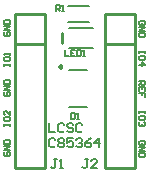
<source format=gto>
G04*
G04 #@! TF.GenerationSoftware,Altium Limited,Altium Designer,22.9.1 (49)*
G04*
G04 Layer_Color=65535*
%FSLAX44Y44*%
%MOMM*%
G71*
G04*
G04 #@! TF.SameCoordinates,4D2C501F-B6D0-499F-BBB1-D8B4D61A6739*
G04*
G04*
G04 #@! TF.FilePolarity,Positive*
G04*
G01*
G75*
%ADD10C,0.1524*%
%ADD11C,0.2032*%
%ADD12C,0.2540*%
%ADD13C,0.1270*%
D10*
X53104Y94742D02*
G03*
X53104Y94742I-1796J0D01*
G01*
X57578Y146558D02*
X75358D01*
X57578Y132842D02*
X75358D01*
X58674Y110998D02*
X78740D01*
X58420Y127762D02*
X78486D01*
X74930Y16509D02*
X72391D01*
X73661D01*
Y10161D01*
X72391Y8891D01*
X71122D01*
X69852Y10161D01*
X82548Y8891D02*
X77470D01*
X82548Y13970D01*
Y15239D01*
X81278Y16509D01*
X78739D01*
X77470Y15239D01*
X48260Y16509D02*
X45721D01*
X46990D01*
Y10161D01*
X45721Y8891D01*
X44451D01*
X43182Y10161D01*
X50799Y8891D02*
X53338D01*
X52069D01*
Y16509D01*
X50799Y15239D01*
D11*
X58406Y91948D02*
X73406D01*
X58674Y60706D02*
X73674D01*
D12*
X52578Y115062D02*
Y123698D01*
X88900Y114300D02*
X114300D01*
X88900Y139700D02*
X101600D01*
X88900Y114300D02*
Y139700D01*
X114300Y8890D02*
Y114300D01*
X88900Y8890D02*
X114300D01*
X88900D02*
Y114300D01*
X114300D02*
Y139700D01*
X101600D02*
X114300D01*
X12700Y114300D02*
X38100D01*
X12700Y139700D02*
X25400D01*
X12700Y114300D02*
Y139700D01*
X38100Y8890D02*
Y114300D01*
X12700Y8890D02*
X38100D01*
X12700D02*
Y114300D01*
X38100D02*
Y139700D01*
X25400D02*
X38100D01*
D13*
X41910Y46988D02*
Y39370D01*
X46988D01*
X54606Y45718D02*
X53336Y46988D01*
X50797D01*
X49528Y45718D01*
Y40640D01*
X50797Y39370D01*
X53336D01*
X54606Y40640D01*
X62223Y45718D02*
X60954Y46988D01*
X58415D01*
X57145Y45718D01*
Y44448D01*
X58415Y43179D01*
X60954D01*
X62223Y41909D01*
Y40640D01*
X60954Y39370D01*
X58415D01*
X57145Y40640D01*
X69841Y45718D02*
X68571Y46988D01*
X66032D01*
X64763Y45718D01*
Y40640D01*
X66032Y39370D01*
X68571D01*
X69841Y40640D01*
X46988Y33018D02*
X45719Y34288D01*
X43180D01*
X41910Y33018D01*
Y27940D01*
X43180Y26670D01*
X45719D01*
X46988Y27940D01*
X49528Y33018D02*
X50797Y34288D01*
X53336D01*
X54606Y33018D01*
Y31748D01*
X53336Y30479D01*
X54606Y29209D01*
Y27940D01*
X53336Y26670D01*
X50797D01*
X49528Y27940D01*
Y29209D01*
X50797Y30479D01*
X49528Y31748D01*
Y33018D01*
X50797Y30479D02*
X53336D01*
X62223Y34288D02*
X57145D01*
Y30479D01*
X59684Y31748D01*
X60954D01*
X62223Y30479D01*
Y27940D01*
X60954Y26670D01*
X58415D01*
X57145Y27940D01*
X64763Y33018D02*
X66032Y34288D01*
X68571D01*
X69841Y33018D01*
Y31748D01*
X68571Y30479D01*
X67302D01*
X68571D01*
X69841Y29209D01*
Y27940D01*
X68571Y26670D01*
X66032D01*
X64763Y27940D01*
X77459Y34288D02*
X74919Y33018D01*
X72380Y30479D01*
Y27940D01*
X73650Y26670D01*
X76189D01*
X77459Y27940D01*
Y29209D01*
X76189Y30479D01*
X72380D01*
X83806Y26670D02*
Y34288D01*
X79998Y30479D01*
X85076D01*
X118110Y82550D02*
X123188D01*
Y80011D01*
X122342Y79164D01*
X120649D01*
X119803Y80011D01*
Y82550D01*
Y80857D02*
X118110Y79164D01*
X123188Y74086D02*
Y77472D01*
X118110D01*
Y74086D01*
X120649Y77472D02*
Y75779D01*
X123188Y69008D02*
Y72393D01*
X120649D01*
Y70700D01*
Y72393D01*
X118110D01*
X123188Y107950D02*
Y106257D01*
Y107104D01*
X118110D01*
Y107950D01*
Y106257D01*
X123188Y101179D02*
Y102872D01*
X122342Y103718D01*
X118956D01*
X118110Y102872D01*
Y101179D01*
X118956Y100332D01*
X122342D01*
X123188Y101179D01*
X118110Y96101D02*
X123188D01*
X120649Y98640D01*
Y95254D01*
X123188Y57150D02*
Y55457D01*
Y56304D01*
X118110D01*
Y57150D01*
Y55457D01*
X123188Y50379D02*
Y52072D01*
X122342Y52918D01*
X118956D01*
X118110Y52072D01*
Y50379D01*
X118956Y49532D01*
X122342D01*
X123188Y50379D01*
X122342Y47840D02*
X123188Y46993D01*
Y45300D01*
X122342Y44454D01*
X121496D01*
X120649Y45300D01*
Y46147D01*
Y45300D01*
X119803Y44454D01*
X118956D01*
X118110Y45300D01*
Y46993D01*
X118956Y47840D01*
X122342Y28364D02*
X123188Y29211D01*
Y30904D01*
X122342Y31750D01*
X118956D01*
X118110Y30904D01*
Y29211D01*
X118956Y28364D01*
X120649D01*
Y30057D01*
X118110Y26672D02*
X123188D01*
X118110Y23286D01*
X123188D01*
Y21593D02*
X118110D01*
Y19054D01*
X118956Y18208D01*
X122342D01*
X123188Y19054D01*
Y21593D01*
X122342Y129964D02*
X123188Y130811D01*
Y132504D01*
X122342Y133350D01*
X118956D01*
X118110Y132504D01*
Y130811D01*
X118956Y129964D01*
X120649D01*
Y131657D01*
X118110Y128272D02*
X123188D01*
X118110Y124886D01*
X123188D01*
Y123193D02*
X118110D01*
Y120654D01*
X118956Y119808D01*
X122342D01*
X123188Y120654D01*
Y123193D01*
X4658Y22436D02*
X3812Y21589D01*
Y19896D01*
X4658Y19050D01*
X8044D01*
X8890Y19896D01*
Y21589D01*
X8044Y22436D01*
X6351D01*
Y20743D01*
X8890Y24128D02*
X3812D01*
X8890Y27514D01*
X3812D01*
Y29207D02*
X8890D01*
Y31746D01*
X8044Y32592D01*
X4658D01*
X3812Y31746D01*
Y29207D01*
Y44450D02*
Y46143D01*
Y45296D01*
X8890D01*
Y44450D01*
Y46143D01*
X3812Y51221D02*
Y49528D01*
X4658Y48682D01*
X8044D01*
X8890Y49528D01*
Y51221D01*
X8044Y52067D01*
X4658D01*
X3812Y51221D01*
X8890Y57146D02*
Y53760D01*
X5504Y57146D01*
X4658D01*
X3812Y56300D01*
Y54607D01*
X4658Y53760D01*
Y73236D02*
X3812Y72389D01*
Y70696D01*
X4658Y69850D01*
X8044D01*
X8890Y70696D01*
Y72389D01*
X8044Y73236D01*
X6351D01*
Y71543D01*
X8890Y74928D02*
X3812D01*
X8890Y78314D01*
X3812D01*
Y80007D02*
X8890D01*
Y82546D01*
X8044Y83392D01*
X4658D01*
X3812Y82546D01*
Y80007D01*
Y95250D02*
Y96943D01*
Y96096D01*
X8890D01*
Y95250D01*
Y96943D01*
X3812Y102021D02*
Y100328D01*
X4658Y99482D01*
X8044D01*
X8890Y100328D01*
Y102021D01*
X8044Y102867D01*
X4658D01*
X3812Y102021D01*
X8890Y104560D02*
Y106253D01*
Y105407D01*
X3812D01*
X4658Y104560D01*
Y124036D02*
X3812Y123189D01*
Y121496D01*
X4658Y120650D01*
X8044D01*
X8890Y121496D01*
Y123189D01*
X8044Y124036D01*
X6351D01*
Y122343D01*
X8890Y125728D02*
X3812D01*
X8890Y129114D01*
X3812D01*
Y130807D02*
X8890D01*
Y133346D01*
X8044Y134192D01*
X4658D01*
X3812Y133346D01*
Y130807D01*
X47334Y142241D02*
Y147319D01*
X49874D01*
X50720Y146473D01*
Y144780D01*
X49874Y143934D01*
X47334D01*
X49027D02*
X50720Y142241D01*
X52413D02*
X54106D01*
X53259D01*
Y147319D01*
X52413Y146473D01*
X55036Y109219D02*
Y104141D01*
X58422D01*
X63500Y109219D02*
X60114D01*
Y104141D01*
X63500D01*
X60114Y106680D02*
X61807D01*
X65193Y109219D02*
Y104141D01*
X67732D01*
X68578Y104987D01*
Y108373D01*
X67732Y109219D01*
X65193D01*
X70271Y104141D02*
X71964D01*
X71118D01*
Y109219D01*
X70271Y108373D01*
X60114Y55879D02*
Y50801D01*
X62654D01*
X63500Y51647D01*
Y55033D01*
X62654Y55879D01*
X60114D01*
X65193Y50801D02*
X66886D01*
X66039D01*
Y55879D01*
X65193Y55033D01*
M02*

</source>
